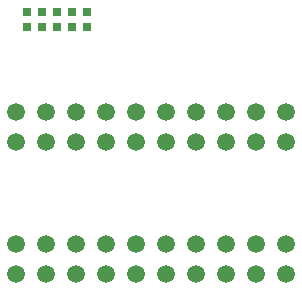
<source format=gbs>
G04 (created by PCBNEW (2013-june-11)-stable) date Fri 12 Sep 2014 11:17:40 AM PDT*
%MOIN*%
G04 Gerber Fmt 3.4, Leading zero omitted, Abs format*
%FSLAX34Y34*%
G01*
G70*
G90*
G04 APERTURE LIST*
%ADD10C,0.00590551*%
%ADD11R,0.031X0.031*%
%ADD12C,0.0590551*%
G04 APERTURE END LIST*
G54D10*
G54D11*
X75950Y-47850D03*
X75450Y-47850D03*
X74950Y-47850D03*
X74450Y-47850D03*
X73950Y-47850D03*
X75950Y-47350D03*
X75450Y-47350D03*
X74950Y-47350D03*
X74450Y-47350D03*
X73950Y-47350D03*
G54D12*
X73600Y-56100D03*
X73600Y-55100D03*
X74600Y-56100D03*
X74600Y-55100D03*
X75600Y-56100D03*
X75600Y-55100D03*
X76600Y-56100D03*
X76600Y-55100D03*
X77600Y-56100D03*
X77600Y-55100D03*
X78600Y-56100D03*
X78600Y-55100D03*
X79600Y-56100D03*
X79600Y-55100D03*
X80600Y-56100D03*
X80600Y-55100D03*
X81600Y-56100D03*
X81600Y-55100D03*
X82600Y-56100D03*
X82600Y-55100D03*
X73600Y-51700D03*
X73600Y-50700D03*
X74600Y-51700D03*
X74600Y-50700D03*
X75600Y-51700D03*
X75600Y-50700D03*
X76600Y-51700D03*
X76600Y-50700D03*
X77600Y-51700D03*
X77600Y-50700D03*
X78600Y-51700D03*
X78600Y-50700D03*
X79600Y-51700D03*
X79600Y-50700D03*
X80600Y-51700D03*
X80600Y-50700D03*
X81600Y-51700D03*
X81600Y-50700D03*
X82600Y-51700D03*
X82600Y-50700D03*
M02*

</source>
